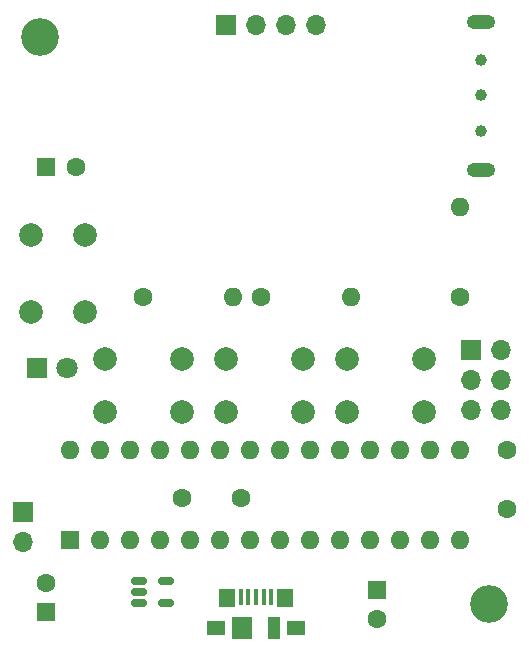
<source format=gbr>
%TF.GenerationSoftware,KiCad,Pcbnew,(6.0.2-0)*%
%TF.CreationDate,2022-04-22T19:08:34+09:30*%
%TF.ProjectId,scrambler,73637261-6d62-46c6-9572-2e6b69636164,1.0*%
%TF.SameCoordinates,Original*%
%TF.FileFunction,Soldermask,Top*%
%TF.FilePolarity,Negative*%
%FSLAX46Y46*%
G04 Gerber Fmt 4.6, Leading zero omitted, Abs format (unit mm)*
G04 Created by KiCad (PCBNEW (6.0.2-0)) date 2022-04-22 19:08:34*
%MOMM*%
%LPD*%
G01*
G04 APERTURE LIST*
G04 Aperture macros list*
%AMRoundRect*
0 Rectangle with rounded corners*
0 $1 Rounding radius*
0 $2 $3 $4 $5 $6 $7 $8 $9 X,Y pos of 4 corners*
0 Add a 4 corners polygon primitive as box body*
4,1,4,$2,$3,$4,$5,$6,$7,$8,$9,$2,$3,0*
0 Add four circle primitives for the rounded corners*
1,1,$1+$1,$2,$3*
1,1,$1+$1,$4,$5*
1,1,$1+$1,$6,$7*
1,1,$1+$1,$8,$9*
0 Add four rect primitives between the rounded corners*
20,1,$1+$1,$2,$3,$4,$5,0*
20,1,$1+$1,$4,$5,$6,$7,0*
20,1,$1+$1,$6,$7,$8,$9,0*
20,1,$1+$1,$8,$9,$2,$3,0*%
G04 Aperture macros list end*
%ADD10C,2.000000*%
%ADD11C,1.600000*%
%ADD12R,1.600000X1.600000*%
%ADD13O,1.600000X1.600000*%
%ADD14RoundRect,0.150000X-0.512500X-0.150000X0.512500X-0.150000X0.512500X0.150000X-0.512500X0.150000X0*%
%ADD15C,3.200000*%
%ADD16R,1.800000X1.800000*%
%ADD17C,1.800000*%
%ADD18R,1.700000X1.700000*%
%ADD19O,1.700000X1.700000*%
%ADD20C,1.008000*%
%ADD21O,2.416000X1.208000*%
%ADD22R,0.450000X1.380000*%
%ADD23R,1.650000X1.300000*%
%ADD24R,1.000000X1.900000*%
%ADD25R,1.425000X1.550000*%
%ADD26R,1.800000X1.900000*%
G04 APERTURE END LIST*
D10*
%TO.C,SW1*%
X32890000Y-58890000D03*
X32890000Y-52390000D03*
X37390000Y-52390000D03*
X37390000Y-58890000D03*
%TD*%
D11*
%TO.C,C3*%
X73140000Y-75640000D03*
X73140000Y-70640000D03*
%TD*%
D10*
%TO.C,SW4*%
X59640000Y-62890000D03*
X66140000Y-62890000D03*
X66140000Y-67390000D03*
X59640000Y-67390000D03*
%TD*%
D12*
%TO.C,C1*%
X34140000Y-84345113D03*
D11*
X34140000Y-81845113D03*
%TD*%
D12*
%TO.C,C2*%
X62140000Y-82434888D03*
D11*
X62140000Y-84934888D03*
%TD*%
%TO.C,R3*%
X42330000Y-57640000D03*
D13*
X49950000Y-57640000D03*
%TD*%
D10*
%TO.C,SW3*%
X55890000Y-62890000D03*
X49390000Y-62890000D03*
X49390000Y-67390000D03*
X55890000Y-67390000D03*
%TD*%
%TO.C,SW5*%
X45640000Y-62890000D03*
X39140000Y-62890000D03*
X45640000Y-67390000D03*
X39140000Y-67390000D03*
%TD*%
D12*
%TO.C,C5*%
X34140000Y-46640000D03*
D11*
X36640000Y-46640000D03*
%TD*%
D14*
%TO.C,U1*%
X42002500Y-81690000D03*
X42002500Y-82640000D03*
X42002500Y-83590000D03*
X44277500Y-83590000D03*
X44277500Y-81690000D03*
%TD*%
D11*
%TO.C,C4*%
X45640000Y-74640000D03*
X50640000Y-74640000D03*
%TD*%
%TO.C,R2*%
X52330000Y-57640000D03*
D13*
X59950000Y-57640000D03*
%TD*%
D15*
%TO.C,REF\u002A\u002A*%
X71640000Y-83640000D03*
%TD*%
D11*
%TO.C,R1*%
X69140000Y-57640000D03*
D13*
X69140000Y-50020000D03*
%TD*%
D16*
%TO.C,D1*%
X33365000Y-63640000D03*
D17*
X35905000Y-63640000D03*
%TD*%
D18*
%TO.C,BT1*%
X32140000Y-75865000D03*
D19*
X32140000Y-78405000D03*
%TD*%
D20*
%TO.C,SW2*%
X70940000Y-43590000D03*
X70940000Y-40590000D03*
X70940000Y-37590000D03*
D21*
X70940000Y-46890000D03*
X70940000Y-34390000D03*
%TD*%
D22*
%TO.C,J3*%
X50590000Y-83030000D03*
X51240000Y-83030000D03*
X51890000Y-83030000D03*
X52540000Y-83030000D03*
X53190000Y-83030000D03*
D23*
X55265000Y-85690000D03*
D24*
X53440000Y-85690000D03*
D25*
X49402500Y-83115000D03*
X54377500Y-83115000D03*
D23*
X48515000Y-85690000D03*
D26*
X50740000Y-85690000D03*
%TD*%
D18*
%TO.C,J1*%
X49340000Y-34640000D03*
D19*
X51880000Y-34640000D03*
X54420000Y-34640000D03*
X56960000Y-34640000D03*
%TD*%
D15*
%TO.C,REF\u002A\u002A*%
X33640000Y-35640000D03*
%TD*%
D12*
%TO.C,U2*%
X36140000Y-78190000D03*
D13*
X38680000Y-78190000D03*
X41220000Y-78190000D03*
X43760000Y-78190000D03*
X46300000Y-78190000D03*
X48840000Y-78190000D03*
X51380000Y-78190000D03*
X53920000Y-78190000D03*
X56460000Y-78190000D03*
X59000000Y-78190000D03*
X61540000Y-78190000D03*
X64080000Y-78190000D03*
X66620000Y-78190000D03*
X69160000Y-78190000D03*
X69160000Y-70570000D03*
X66620000Y-70570000D03*
X64080000Y-70570000D03*
X61540000Y-70570000D03*
X59000000Y-70570000D03*
X56460000Y-70570000D03*
X53920000Y-70570000D03*
X51380000Y-70570000D03*
X48840000Y-70570000D03*
X46300000Y-70570000D03*
X43760000Y-70570000D03*
X41220000Y-70570000D03*
X38680000Y-70570000D03*
X36140000Y-70570000D03*
%TD*%
D18*
%TO.C,J2*%
X70140000Y-62115000D03*
D19*
X72680000Y-62115000D03*
X70140000Y-64655000D03*
X72680000Y-64655000D03*
X70140000Y-67195000D03*
X72680000Y-67195000D03*
%TD*%
M02*

</source>
